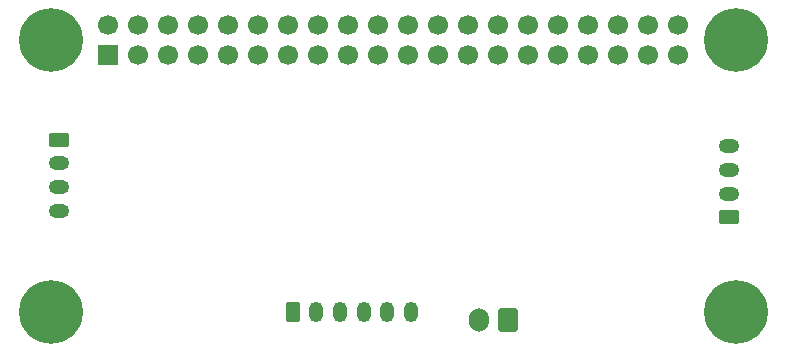
<source format=gbr>
%TF.GenerationSoftware,KiCad,Pcbnew,9.0.7*%
%TF.CreationDate,2026-01-26T17:00:03+01:00*%
%TF.ProjectId,Robot,526f626f-742e-46b6-9963-61645f706362,rev?*%
%TF.SameCoordinates,Original*%
%TF.FileFunction,Soldermask,Bot*%
%TF.FilePolarity,Negative*%
%FSLAX46Y46*%
G04 Gerber Fmt 4.6, Leading zero omitted, Abs format (unit mm)*
G04 Created by KiCad (PCBNEW 9.0.7) date 2026-01-26 17:00:03*
%MOMM*%
%LPD*%
G01*
G04 APERTURE LIST*
G04 Aperture macros list*
%AMRoundRect*
0 Rectangle with rounded corners*
0 $1 Rounding radius*
0 $2 $3 $4 $5 $6 $7 $8 $9 X,Y pos of 4 corners*
0 Add a 4 corners polygon primitive as box body*
4,1,4,$2,$3,$4,$5,$6,$7,$8,$9,$2,$3,0*
0 Add four circle primitives for the rounded corners*
1,1,$1+$1,$2,$3*
1,1,$1+$1,$4,$5*
1,1,$1+$1,$6,$7*
1,1,$1+$1,$8,$9*
0 Add four rect primitives between the rounded corners*
20,1,$1+$1,$2,$3,$4,$5,0*
20,1,$1+$1,$4,$5,$6,$7,0*
20,1,$1+$1,$6,$7,$8,$9,0*
20,1,$1+$1,$8,$9,$2,$3,0*%
G04 Aperture macros list end*
%ADD10RoundRect,0.250000X-0.625000X0.350000X-0.625000X-0.350000X0.625000X-0.350000X0.625000X0.350000X0*%
%ADD11O,1.750000X1.200000*%
%ADD12C,5.400000*%
%ADD13RoundRect,0.250000X0.600000X0.750000X-0.600000X0.750000X-0.600000X-0.750000X0.600000X-0.750000X0*%
%ADD14O,1.700000X2.000000*%
%ADD15RoundRect,0.250000X-0.350000X-0.625000X0.350000X-0.625000X0.350000X0.625000X-0.350000X0.625000X0*%
%ADD16O,1.200000X1.750000*%
%ADD17RoundRect,0.250000X0.625000X-0.350000X0.625000X0.350000X-0.625000X0.350000X-0.625000X-0.350000X0*%
%ADD18R,1.700000X1.700000*%
%ADD19C,1.700000*%
G04 APERTURE END LIST*
D10*
%TO.C,J4*%
X135250000Y-91250000D03*
D11*
X135250000Y-93250000D03*
X135250000Y-95250000D03*
X135250000Y-97250000D03*
%TD*%
D12*
%TO.C,H4*%
X192500000Y-105800000D03*
%TD*%
D13*
%TO.C,J5*%
X173250000Y-106500000D03*
D14*
X170750000Y-106500000D03*
%TD*%
D15*
%TO.C,J2*%
X155000000Y-105800000D03*
D16*
X157000000Y-105800000D03*
X159000000Y-105800000D03*
X161000000Y-105800000D03*
X163000000Y-105800000D03*
X165000000Y-105800000D03*
%TD*%
D12*
%TO.C,H1*%
X134500000Y-82800000D03*
%TD*%
%TO.C,H2*%
X192500000Y-82800000D03*
%TD*%
%TO.C,H3*%
X134500000Y-105800000D03*
%TD*%
D17*
%TO.C,J3*%
X191950000Y-97800000D03*
D11*
X191950000Y-95800000D03*
X191950000Y-93800000D03*
X191950000Y-91800000D03*
%TD*%
D18*
%TO.C,J1*%
X139400000Y-84040000D03*
D19*
X139400000Y-81500000D03*
X141940000Y-84040000D03*
X141940000Y-81500000D03*
X144480000Y-84040000D03*
X144480000Y-81500000D03*
X147020000Y-84040000D03*
X147020000Y-81500000D03*
X149560000Y-84040000D03*
X149560000Y-81500000D03*
X152100000Y-84040000D03*
X152100000Y-81500000D03*
X154640000Y-84040000D03*
X154640000Y-81500000D03*
X157180000Y-84040000D03*
X157180000Y-81500000D03*
X159720000Y-84040000D03*
X159720000Y-81500000D03*
X162260000Y-84040000D03*
X162260000Y-81500000D03*
X164800000Y-84040000D03*
X164800000Y-81500000D03*
X167340000Y-84040000D03*
X167340000Y-81500000D03*
X169880000Y-84040000D03*
X169880000Y-81500000D03*
X172420000Y-84040000D03*
X172420000Y-81500000D03*
X174960000Y-84040000D03*
X174960000Y-81500000D03*
X177500000Y-84040000D03*
X177500000Y-81500000D03*
X180040000Y-84040000D03*
X180040000Y-81500000D03*
X182580000Y-84040000D03*
X182580000Y-81500000D03*
X185120000Y-84040000D03*
X185120000Y-81500000D03*
X187660000Y-84040000D03*
X187660000Y-81500000D03*
%TD*%
M02*

</source>
